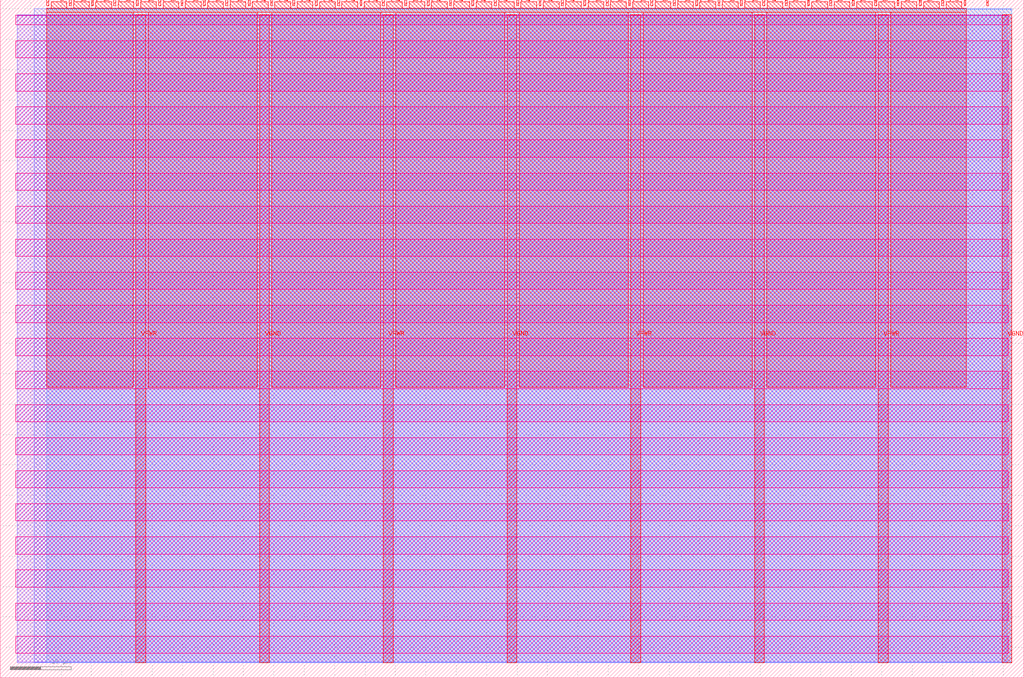
<source format=lef>
VERSION 5.7 ;
  NOWIREEXTENSIONATPIN ON ;
  DIVIDERCHAR "/" ;
  BUSBITCHARS "[]" ;
MACRO tt_um_vga_clock
  CLASS BLOCK ;
  FOREIGN tt_um_vga_clock ;
  ORIGIN 0.000 0.000 ;
  SIZE 168.360 BY 111.520 ;
  PIN VGND
    DIRECTION INOUT ;
    USE GROUND ;
    PORT
      LAYER met4 ;
        RECT 42.670 2.480 44.270 109.040 ;
    END
    PORT
      LAYER met4 ;
        RECT 83.380 2.480 84.980 109.040 ;
    END
    PORT
      LAYER met4 ;
        RECT 124.090 2.480 125.690 109.040 ;
    END
    PORT
      LAYER met4 ;
        RECT 164.800 2.480 166.400 109.040 ;
    END
  END VGND
  PIN VPWR
    DIRECTION INOUT ;
    USE POWER ;
    PORT
      LAYER met4 ;
        RECT 22.315 2.480 23.915 109.040 ;
    END
    PORT
      LAYER met4 ;
        RECT 63.025 2.480 64.625 109.040 ;
    END
    PORT
      LAYER met4 ;
        RECT 103.735 2.480 105.335 109.040 ;
    END
    PORT
      LAYER met4 ;
        RECT 144.445 2.480 146.045 109.040 ;
    END
  END VPWR
  PIN clk
    DIRECTION INPUT ;
    USE SIGNAL ;
    ANTENNAGATEAREA 0.852000 ;
    PORT
      LAYER met4 ;
        RECT 158.550 110.520 158.850 111.520 ;
    END
  END clk
  PIN ena
    DIRECTION INPUT ;
    USE SIGNAL ;
    PORT
      LAYER met4 ;
        RECT 162.230 110.520 162.530 111.520 ;
    END
  END ena
  PIN rst_n
    DIRECTION INPUT ;
    USE SIGNAL ;
    ANTENNAGATEAREA 0.159000 ;
    PORT
      LAYER met4 ;
        RECT 154.870 110.520 155.170 111.520 ;
    END
  END rst_n
  PIN ui_in[0]
    DIRECTION INPUT ;
    USE SIGNAL ;
    ANTENNAGATEAREA 0.213000 ;
    PORT
      LAYER met4 ;
        RECT 151.190 110.520 151.490 111.520 ;
    END
  END ui_in[0]
  PIN ui_in[1]
    DIRECTION INPUT ;
    USE SIGNAL ;
    ANTENNAGATEAREA 0.213000 ;
    PORT
      LAYER met4 ;
        RECT 147.510 110.520 147.810 111.520 ;
    END
  END ui_in[1]
  PIN ui_in[2]
    DIRECTION INPUT ;
    USE SIGNAL ;
    ANTENNAGATEAREA 0.213000 ;
    PORT
      LAYER met4 ;
        RECT 143.830 110.520 144.130 111.520 ;
    END
  END ui_in[2]
  PIN ui_in[3]
    DIRECTION INPUT ;
    USE SIGNAL ;
    PORT
      LAYER met4 ;
        RECT 140.150 110.520 140.450 111.520 ;
    END
  END ui_in[3]
  PIN ui_in[4]
    DIRECTION INPUT ;
    USE SIGNAL ;
    PORT
      LAYER met4 ;
        RECT 136.470 110.520 136.770 111.520 ;
    END
  END ui_in[4]
  PIN ui_in[5]
    DIRECTION INPUT ;
    USE SIGNAL ;
    PORT
      LAYER met4 ;
        RECT 132.790 110.520 133.090 111.520 ;
    END
  END ui_in[5]
  PIN ui_in[6]
    DIRECTION INPUT ;
    USE SIGNAL ;
    PORT
      LAYER met4 ;
        RECT 129.110 110.520 129.410 111.520 ;
    END
  END ui_in[6]
  PIN ui_in[7]
    DIRECTION INPUT ;
    USE SIGNAL ;
    PORT
      LAYER met4 ;
        RECT 125.430 110.520 125.730 111.520 ;
    END
  END ui_in[7]
  PIN uio_in[0]
    DIRECTION INPUT ;
    USE SIGNAL ;
    PORT
      LAYER met4 ;
        RECT 121.750 110.520 122.050 111.520 ;
    END
  END uio_in[0]
  PIN uio_in[1]
    DIRECTION INPUT ;
    USE SIGNAL ;
    PORT
      LAYER met4 ;
        RECT 118.070 110.520 118.370 111.520 ;
    END
  END uio_in[1]
  PIN uio_in[2]
    DIRECTION INPUT ;
    USE SIGNAL ;
    PORT
      LAYER met4 ;
        RECT 114.390 110.520 114.690 111.520 ;
    END
  END uio_in[2]
  PIN uio_in[3]
    DIRECTION INPUT ;
    USE SIGNAL ;
    PORT
      LAYER met4 ;
        RECT 110.710 110.520 111.010 111.520 ;
    END
  END uio_in[3]
  PIN uio_in[4]
    DIRECTION INPUT ;
    USE SIGNAL ;
    PORT
      LAYER met4 ;
        RECT 107.030 110.520 107.330 111.520 ;
    END
  END uio_in[4]
  PIN uio_in[5]
    DIRECTION INPUT ;
    USE SIGNAL ;
    PORT
      LAYER met4 ;
        RECT 103.350 110.520 103.650 111.520 ;
    END
  END uio_in[5]
  PIN uio_in[6]
    DIRECTION INPUT ;
    USE SIGNAL ;
    PORT
      LAYER met4 ;
        RECT 99.670 110.520 99.970 111.520 ;
    END
  END uio_in[6]
  PIN uio_in[7]
    DIRECTION INPUT ;
    USE SIGNAL ;
    PORT
      LAYER met4 ;
        RECT 95.990 110.520 96.290 111.520 ;
    END
  END uio_in[7]
  PIN uio_oe[0]
    DIRECTION OUTPUT TRISTATE ;
    USE SIGNAL ;
    PORT
      LAYER met4 ;
        RECT 33.430 110.520 33.730 111.520 ;
    END
  END uio_oe[0]
  PIN uio_oe[1]
    DIRECTION OUTPUT TRISTATE ;
    USE SIGNAL ;
    PORT
      LAYER met4 ;
        RECT 29.750 110.520 30.050 111.520 ;
    END
  END uio_oe[1]
  PIN uio_oe[2]
    DIRECTION OUTPUT TRISTATE ;
    USE SIGNAL ;
    PORT
      LAYER met4 ;
        RECT 26.070 110.520 26.370 111.520 ;
    END
  END uio_oe[2]
  PIN uio_oe[3]
    DIRECTION OUTPUT TRISTATE ;
    USE SIGNAL ;
    PORT
      LAYER met4 ;
        RECT 22.390 110.520 22.690 111.520 ;
    END
  END uio_oe[3]
  PIN uio_oe[4]
    DIRECTION OUTPUT TRISTATE ;
    USE SIGNAL ;
    PORT
      LAYER met4 ;
        RECT 18.710 110.520 19.010 111.520 ;
    END
  END uio_oe[4]
  PIN uio_oe[5]
    DIRECTION OUTPUT TRISTATE ;
    USE SIGNAL ;
    PORT
      LAYER met4 ;
        RECT 15.030 110.520 15.330 111.520 ;
    END
  END uio_oe[5]
  PIN uio_oe[6]
    DIRECTION OUTPUT TRISTATE ;
    USE SIGNAL ;
    PORT
      LAYER met4 ;
        RECT 11.350 110.520 11.650 111.520 ;
    END
  END uio_oe[6]
  PIN uio_oe[7]
    DIRECTION OUTPUT TRISTATE ;
    USE SIGNAL ;
    PORT
      LAYER met4 ;
        RECT 7.670 110.520 7.970 111.520 ;
    END
  END uio_oe[7]
  PIN uio_out[0]
    DIRECTION OUTPUT TRISTATE ;
    USE SIGNAL ;
    PORT
      LAYER met4 ;
        RECT 62.870 110.520 63.170 111.520 ;
    END
  END uio_out[0]
  PIN uio_out[1]
    DIRECTION OUTPUT TRISTATE ;
    USE SIGNAL ;
    PORT
      LAYER met4 ;
        RECT 59.190 110.520 59.490 111.520 ;
    END
  END uio_out[1]
  PIN uio_out[2]
    DIRECTION OUTPUT TRISTATE ;
    USE SIGNAL ;
    PORT
      LAYER met4 ;
        RECT 55.510 110.520 55.810 111.520 ;
    END
  END uio_out[2]
  PIN uio_out[3]
    DIRECTION OUTPUT TRISTATE ;
    USE SIGNAL ;
    PORT
      LAYER met4 ;
        RECT 51.830 110.520 52.130 111.520 ;
    END
  END uio_out[3]
  PIN uio_out[4]
    DIRECTION OUTPUT TRISTATE ;
    USE SIGNAL ;
    PORT
      LAYER met4 ;
        RECT 48.150 110.520 48.450 111.520 ;
    END
  END uio_out[4]
  PIN uio_out[5]
    DIRECTION OUTPUT TRISTATE ;
    USE SIGNAL ;
    PORT
      LAYER met4 ;
        RECT 44.470 110.520 44.770 111.520 ;
    END
  END uio_out[5]
  PIN uio_out[6]
    DIRECTION OUTPUT TRISTATE ;
    USE SIGNAL ;
    PORT
      LAYER met4 ;
        RECT 40.790 110.520 41.090 111.520 ;
    END
  END uio_out[6]
  PIN uio_out[7]
    DIRECTION OUTPUT TRISTATE ;
    USE SIGNAL ;
    PORT
      LAYER met4 ;
        RECT 37.110 110.520 37.410 111.520 ;
    END
  END uio_out[7]
  PIN uo_out[0]
    DIRECTION OUTPUT TRISTATE ;
    USE SIGNAL ;
    ANTENNADIFFAREA 0.445500 ;
    PORT
      LAYER met4 ;
        RECT 92.310 110.520 92.610 111.520 ;
    END
  END uo_out[0]
  PIN uo_out[1]
    DIRECTION OUTPUT TRISTATE ;
    USE SIGNAL ;
    ANTENNADIFFAREA 0.445500 ;
    PORT
      LAYER met4 ;
        RECT 88.630 110.520 88.930 111.520 ;
    END
  END uo_out[1]
  PIN uo_out[2]
    DIRECTION OUTPUT TRISTATE ;
    USE SIGNAL ;
    ANTENNADIFFAREA 0.795200 ;
    PORT
      LAYER met4 ;
        RECT 84.950 110.520 85.250 111.520 ;
    END
  END uo_out[2]
  PIN uo_out[3]
    DIRECTION OUTPUT TRISTATE ;
    USE SIGNAL ;
    ANTENNADIFFAREA 0.445500 ;
    PORT
      LAYER met4 ;
        RECT 81.270 110.520 81.570 111.520 ;
    END
  END uo_out[3]
  PIN uo_out[4]
    DIRECTION OUTPUT TRISTATE ;
    USE SIGNAL ;
    ANTENNADIFFAREA 0.795200 ;
    PORT
      LAYER met4 ;
        RECT 77.590 110.520 77.890 111.520 ;
    END
  END uo_out[4]
  PIN uo_out[5]
    DIRECTION OUTPUT TRISTATE ;
    USE SIGNAL ;
    ANTENNADIFFAREA 0.445500 ;
    PORT
      LAYER met4 ;
        RECT 73.910 110.520 74.210 111.520 ;
    END
  END uo_out[5]
  PIN uo_out[6]
    DIRECTION OUTPUT TRISTATE ;
    USE SIGNAL ;
    ANTENNADIFFAREA 0.795200 ;
    PORT
      LAYER met4 ;
        RECT 70.230 110.520 70.530 111.520 ;
    END
  END uo_out[6]
  PIN uo_out[7]
    DIRECTION OUTPUT TRISTATE ;
    USE SIGNAL ;
    ANTENNADIFFAREA 0.445500 ;
    PORT
      LAYER met4 ;
        RECT 66.550 110.520 66.850 111.520 ;
    END
  END uo_out[7]
  OBS
      LAYER nwell ;
        RECT 2.570 107.385 165.790 108.990 ;
        RECT 2.570 101.945 165.790 104.775 ;
        RECT 2.570 96.505 165.790 99.335 ;
        RECT 2.570 91.065 165.790 93.895 ;
        RECT 2.570 85.625 165.790 88.455 ;
        RECT 2.570 80.185 165.790 83.015 ;
        RECT 2.570 74.745 165.790 77.575 ;
        RECT 2.570 69.305 165.790 72.135 ;
        RECT 2.570 63.865 165.790 66.695 ;
        RECT 2.570 58.425 165.790 61.255 ;
        RECT 2.570 52.985 165.790 55.815 ;
        RECT 2.570 47.545 165.790 50.375 ;
        RECT 2.570 42.105 165.790 44.935 ;
        RECT 2.570 36.665 165.790 39.495 ;
        RECT 2.570 31.225 165.790 34.055 ;
        RECT 2.570 25.785 165.790 28.615 ;
        RECT 2.570 20.345 165.790 23.175 ;
        RECT 2.570 14.905 165.790 17.735 ;
        RECT 2.570 9.465 165.790 12.295 ;
        RECT 2.570 4.025 165.790 6.855 ;
      LAYER li1 ;
        RECT 2.760 2.635 165.600 108.885 ;
      LAYER met1 ;
        RECT 2.760 2.480 166.400 109.040 ;
      LAYER met2 ;
        RECT 5.620 2.535 166.370 110.005 ;
      LAYER met3 ;
        RECT 7.630 2.555 166.390 109.985 ;
      LAYER met4 ;
        RECT 8.370 110.120 10.950 111.170 ;
        RECT 12.050 110.120 14.630 111.170 ;
        RECT 15.730 110.120 18.310 111.170 ;
        RECT 19.410 110.120 21.990 111.170 ;
        RECT 23.090 110.120 25.670 111.170 ;
        RECT 26.770 110.120 29.350 111.170 ;
        RECT 30.450 110.120 33.030 111.170 ;
        RECT 34.130 110.120 36.710 111.170 ;
        RECT 37.810 110.120 40.390 111.170 ;
        RECT 41.490 110.120 44.070 111.170 ;
        RECT 45.170 110.120 47.750 111.170 ;
        RECT 48.850 110.120 51.430 111.170 ;
        RECT 52.530 110.120 55.110 111.170 ;
        RECT 56.210 110.120 58.790 111.170 ;
        RECT 59.890 110.120 62.470 111.170 ;
        RECT 63.570 110.120 66.150 111.170 ;
        RECT 67.250 110.120 69.830 111.170 ;
        RECT 70.930 110.120 73.510 111.170 ;
        RECT 74.610 110.120 77.190 111.170 ;
        RECT 78.290 110.120 80.870 111.170 ;
        RECT 81.970 110.120 84.550 111.170 ;
        RECT 85.650 110.120 88.230 111.170 ;
        RECT 89.330 110.120 91.910 111.170 ;
        RECT 93.010 110.120 95.590 111.170 ;
        RECT 96.690 110.120 99.270 111.170 ;
        RECT 100.370 110.120 102.950 111.170 ;
        RECT 104.050 110.120 106.630 111.170 ;
        RECT 107.730 110.120 110.310 111.170 ;
        RECT 111.410 110.120 113.990 111.170 ;
        RECT 115.090 110.120 117.670 111.170 ;
        RECT 118.770 110.120 121.350 111.170 ;
        RECT 122.450 110.120 125.030 111.170 ;
        RECT 126.130 110.120 128.710 111.170 ;
        RECT 129.810 110.120 132.390 111.170 ;
        RECT 133.490 110.120 136.070 111.170 ;
        RECT 137.170 110.120 139.750 111.170 ;
        RECT 140.850 110.120 143.430 111.170 ;
        RECT 144.530 110.120 147.110 111.170 ;
        RECT 148.210 110.120 150.790 111.170 ;
        RECT 151.890 110.120 154.470 111.170 ;
        RECT 155.570 110.120 158.150 111.170 ;
        RECT 7.655 109.440 158.865 110.120 ;
        RECT 7.655 47.775 21.915 109.440 ;
        RECT 24.315 47.775 42.270 109.440 ;
        RECT 44.670 47.775 62.625 109.440 ;
        RECT 65.025 47.775 82.980 109.440 ;
        RECT 85.380 47.775 103.335 109.440 ;
        RECT 105.735 47.775 123.690 109.440 ;
        RECT 126.090 47.775 144.045 109.440 ;
        RECT 146.445 47.775 158.865 109.440 ;
  END
END tt_um_vga_clock
END LIBRARY


</source>
